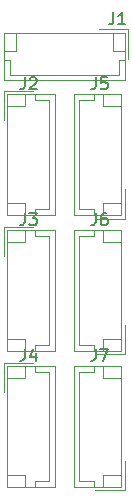
<source format=gbr>
%TF.GenerationSoftware,KiCad,Pcbnew,9.0.2*%
%TF.CreationDate,2025-07-09T13:19:50-04:00*%
%TF.ProjectId,JST Adapter Board,4a535420-4164-4617-9074-657220426f61,rev?*%
%TF.SameCoordinates,Original*%
%TF.FileFunction,Legend,Top*%
%TF.FilePolarity,Positive*%
%FSLAX46Y46*%
G04 Gerber Fmt 4.6, Leading zero omitted, Abs format (unit mm)*
G04 Created by KiCad (PCBNEW 9.0.2) date 2025-07-09 13:19:50*
%MOMM*%
%LPD*%
G01*
G04 APERTURE LIST*
%ADD10C,0.150000*%
%ADD11C,0.120000*%
G04 APERTURE END LIST*
D10*
X91166666Y-61954819D02*
X91166666Y-62669104D01*
X91166666Y-62669104D02*
X91119047Y-62811961D01*
X91119047Y-62811961D02*
X91023809Y-62907200D01*
X91023809Y-62907200D02*
X90880952Y-62954819D01*
X90880952Y-62954819D02*
X90785714Y-62954819D01*
X92119047Y-61954819D02*
X91642857Y-61954819D01*
X91642857Y-61954819D02*
X91595238Y-62431009D01*
X91595238Y-62431009D02*
X91642857Y-62383390D01*
X91642857Y-62383390D02*
X91738095Y-62335771D01*
X91738095Y-62335771D02*
X91976190Y-62335771D01*
X91976190Y-62335771D02*
X92071428Y-62383390D01*
X92071428Y-62383390D02*
X92119047Y-62431009D01*
X92119047Y-62431009D02*
X92166666Y-62526247D01*
X92166666Y-62526247D02*
X92166666Y-62764342D01*
X92166666Y-62764342D02*
X92119047Y-62859580D01*
X92119047Y-62859580D02*
X92071428Y-62907200D01*
X92071428Y-62907200D02*
X91976190Y-62954819D01*
X91976190Y-62954819D02*
X91738095Y-62954819D01*
X91738095Y-62954819D02*
X91642857Y-62907200D01*
X91642857Y-62907200D02*
X91595238Y-62859580D01*
X91166666Y-73454819D02*
X91166666Y-74169104D01*
X91166666Y-74169104D02*
X91119047Y-74311961D01*
X91119047Y-74311961D02*
X91023809Y-74407200D01*
X91023809Y-74407200D02*
X90880952Y-74454819D01*
X90880952Y-74454819D02*
X90785714Y-74454819D01*
X92071428Y-73454819D02*
X91880952Y-73454819D01*
X91880952Y-73454819D02*
X91785714Y-73502438D01*
X91785714Y-73502438D02*
X91738095Y-73550057D01*
X91738095Y-73550057D02*
X91642857Y-73692914D01*
X91642857Y-73692914D02*
X91595238Y-73883390D01*
X91595238Y-73883390D02*
X91595238Y-74264342D01*
X91595238Y-74264342D02*
X91642857Y-74359580D01*
X91642857Y-74359580D02*
X91690476Y-74407200D01*
X91690476Y-74407200D02*
X91785714Y-74454819D01*
X91785714Y-74454819D02*
X91976190Y-74454819D01*
X91976190Y-74454819D02*
X92071428Y-74407200D01*
X92071428Y-74407200D02*
X92119047Y-74359580D01*
X92119047Y-74359580D02*
X92166666Y-74264342D01*
X92166666Y-74264342D02*
X92166666Y-74026247D01*
X92166666Y-74026247D02*
X92119047Y-73931009D01*
X92119047Y-73931009D02*
X92071428Y-73883390D01*
X92071428Y-73883390D02*
X91976190Y-73835771D01*
X91976190Y-73835771D02*
X91785714Y-73835771D01*
X91785714Y-73835771D02*
X91690476Y-73883390D01*
X91690476Y-73883390D02*
X91642857Y-73931009D01*
X91642857Y-73931009D02*
X91595238Y-74026247D01*
X85166666Y-84954819D02*
X85166666Y-85669104D01*
X85166666Y-85669104D02*
X85119047Y-85811961D01*
X85119047Y-85811961D02*
X85023809Y-85907200D01*
X85023809Y-85907200D02*
X84880952Y-85954819D01*
X84880952Y-85954819D02*
X84785714Y-85954819D01*
X86071428Y-85288152D02*
X86071428Y-85954819D01*
X85833333Y-84907200D02*
X85595238Y-85621485D01*
X85595238Y-85621485D02*
X86214285Y-85621485D01*
X91166666Y-84954819D02*
X91166666Y-85669104D01*
X91166666Y-85669104D02*
X91119047Y-85811961D01*
X91119047Y-85811961D02*
X91023809Y-85907200D01*
X91023809Y-85907200D02*
X90880952Y-85954819D01*
X90880952Y-85954819D02*
X90785714Y-85954819D01*
X91547619Y-84954819D02*
X92214285Y-84954819D01*
X92214285Y-84954819D02*
X91785714Y-85954819D01*
X92666666Y-56454819D02*
X92666666Y-57169104D01*
X92666666Y-57169104D02*
X92619047Y-57311961D01*
X92619047Y-57311961D02*
X92523809Y-57407200D01*
X92523809Y-57407200D02*
X92380952Y-57454819D01*
X92380952Y-57454819D02*
X92285714Y-57454819D01*
X93666666Y-57454819D02*
X93095238Y-57454819D01*
X93380952Y-57454819D02*
X93380952Y-56454819D01*
X93380952Y-56454819D02*
X93285714Y-56597676D01*
X93285714Y-56597676D02*
X93190476Y-56692914D01*
X93190476Y-56692914D02*
X93095238Y-56740533D01*
X85166666Y-73454819D02*
X85166666Y-74169104D01*
X85166666Y-74169104D02*
X85119047Y-74311961D01*
X85119047Y-74311961D02*
X85023809Y-74407200D01*
X85023809Y-74407200D02*
X84880952Y-74454819D01*
X84880952Y-74454819D02*
X84785714Y-74454819D01*
X85547619Y-73454819D02*
X86166666Y-73454819D01*
X86166666Y-73454819D02*
X85833333Y-73835771D01*
X85833333Y-73835771D02*
X85976190Y-73835771D01*
X85976190Y-73835771D02*
X86071428Y-73883390D01*
X86071428Y-73883390D02*
X86119047Y-73931009D01*
X86119047Y-73931009D02*
X86166666Y-74026247D01*
X86166666Y-74026247D02*
X86166666Y-74264342D01*
X86166666Y-74264342D02*
X86119047Y-74359580D01*
X86119047Y-74359580D02*
X86071428Y-74407200D01*
X86071428Y-74407200D02*
X85976190Y-74454819D01*
X85976190Y-74454819D02*
X85690476Y-74454819D01*
X85690476Y-74454819D02*
X85595238Y-74407200D01*
X85595238Y-74407200D02*
X85547619Y-74359580D01*
X85166666Y-61954819D02*
X85166666Y-62669104D01*
X85166666Y-62669104D02*
X85119047Y-62811961D01*
X85119047Y-62811961D02*
X85023809Y-62907200D01*
X85023809Y-62907200D02*
X84880952Y-62954819D01*
X84880952Y-62954819D02*
X84785714Y-62954819D01*
X85595238Y-62050057D02*
X85642857Y-62002438D01*
X85642857Y-62002438D02*
X85738095Y-61954819D01*
X85738095Y-61954819D02*
X85976190Y-61954819D01*
X85976190Y-61954819D02*
X86071428Y-62002438D01*
X86071428Y-62002438D02*
X86119047Y-62050057D01*
X86119047Y-62050057D02*
X86166666Y-62145295D01*
X86166666Y-62145295D02*
X86166666Y-62240533D01*
X86166666Y-62240533D02*
X86119047Y-62383390D01*
X86119047Y-62383390D02*
X85547619Y-62954819D01*
X85547619Y-62954819D02*
X86166666Y-62954819D01*
D11*
%TO.C,J5*%
X89290000Y-63390000D02*
X89290000Y-73610000D01*
X89290000Y-73610000D02*
X93310000Y-73610000D01*
X89790000Y-63890000D02*
X91000000Y-63890000D01*
X89790000Y-73110000D02*
X89790000Y-63890000D01*
X91000000Y-63890000D02*
X91000000Y-63390000D01*
X91000000Y-73110000D02*
X89790000Y-73110000D01*
X91000000Y-73610000D02*
X91000000Y-73110000D01*
X91110000Y-73910000D02*
X93610000Y-73910000D01*
X91810000Y-63390000D02*
X91810000Y-64390000D01*
X91810000Y-64390000D02*
X93310000Y-64390000D01*
X91810000Y-72610000D02*
X93310000Y-72610000D01*
X91810000Y-73610000D02*
X91810000Y-72610000D01*
X93310000Y-63390000D02*
X89290000Y-63390000D01*
X93310000Y-73610000D02*
X93310000Y-63390000D01*
X93610000Y-73910000D02*
X93610000Y-71410000D01*
%TO.C,J6*%
X89290000Y-74890000D02*
X89290000Y-85110000D01*
X89290000Y-85110000D02*
X93310000Y-85110000D01*
X89790000Y-75390000D02*
X91000000Y-75390000D01*
X89790000Y-84610000D02*
X89790000Y-75390000D01*
X91000000Y-75390000D02*
X91000000Y-74890000D01*
X91000000Y-84610000D02*
X89790000Y-84610000D01*
X91000000Y-85110000D02*
X91000000Y-84610000D01*
X91110000Y-85410000D02*
X93610000Y-85410000D01*
X91810000Y-74890000D02*
X91810000Y-75890000D01*
X91810000Y-75890000D02*
X93310000Y-75890000D01*
X91810000Y-84110000D02*
X93310000Y-84110000D01*
X91810000Y-85110000D02*
X91810000Y-84110000D01*
X93310000Y-74890000D02*
X89290000Y-74890000D01*
X93310000Y-85110000D02*
X93310000Y-74890000D01*
X93610000Y-85410000D02*
X93610000Y-82910000D01*
%TO.C,J4*%
X83390000Y-86090000D02*
X83390000Y-88590000D01*
X83690000Y-86390000D02*
X83690000Y-96610000D01*
X83690000Y-96610000D02*
X87710000Y-96610000D01*
X85190000Y-86390000D02*
X85190000Y-87390000D01*
X85190000Y-87390000D02*
X83690000Y-87390000D01*
X85190000Y-95610000D02*
X83690000Y-95610000D01*
X85190000Y-96610000D02*
X85190000Y-95610000D01*
X85890000Y-86090000D02*
X83390000Y-86090000D01*
X86000000Y-86390000D02*
X86000000Y-86890000D01*
X86000000Y-86890000D02*
X87210000Y-86890000D01*
X86000000Y-96110000D02*
X86000000Y-96610000D01*
X87210000Y-86890000D02*
X87210000Y-96110000D01*
X87210000Y-96110000D02*
X86000000Y-96110000D01*
X87710000Y-86390000D02*
X83690000Y-86390000D01*
X87710000Y-96610000D02*
X87710000Y-86390000D01*
%TO.C,J7*%
X89290000Y-86390000D02*
X89290000Y-96610000D01*
X89290000Y-96610000D02*
X93310000Y-96610000D01*
X89790000Y-86890000D02*
X91000000Y-86890000D01*
X89790000Y-96110000D02*
X89790000Y-86890000D01*
X91000000Y-86890000D02*
X91000000Y-86390000D01*
X91000000Y-96110000D02*
X89790000Y-96110000D01*
X91000000Y-96610000D02*
X91000000Y-96110000D01*
X91110000Y-96910000D02*
X93610000Y-96910000D01*
X91810000Y-86390000D02*
X91810000Y-87390000D01*
X91810000Y-87390000D02*
X93310000Y-87390000D01*
X91810000Y-95610000D02*
X93310000Y-95610000D01*
X91810000Y-96610000D02*
X91810000Y-95610000D01*
X93310000Y-86390000D02*
X89290000Y-86390000D01*
X93310000Y-96610000D02*
X93310000Y-86390000D01*
X93610000Y-96910000D02*
X93610000Y-94410000D01*
%TO.C,J1*%
X83390000Y-58190000D02*
X83390000Y-62210000D01*
X83390000Y-59690000D02*
X84390000Y-59690000D01*
X83390000Y-62210000D02*
X93610000Y-62210000D01*
X83890000Y-60500000D02*
X83390000Y-60500000D01*
X83890000Y-61710000D02*
X83890000Y-60500000D01*
X84390000Y-59690000D02*
X84390000Y-58190000D01*
X92610000Y-59690000D02*
X92610000Y-58190000D01*
X93110000Y-60500000D02*
X93110000Y-61710000D01*
X93110000Y-61710000D02*
X83890000Y-61710000D01*
X93610000Y-58190000D02*
X83390000Y-58190000D01*
X93610000Y-59690000D02*
X92610000Y-59690000D01*
X93610000Y-60500000D02*
X93110000Y-60500000D01*
X93610000Y-62210000D02*
X93610000Y-58190000D01*
X93910000Y-57890000D02*
X91410000Y-57890000D01*
X93910000Y-60390000D02*
X93910000Y-57890000D01*
%TO.C,J3*%
X83390000Y-74590000D02*
X83390000Y-77090000D01*
X83690000Y-74890000D02*
X83690000Y-85110000D01*
X83690000Y-85110000D02*
X87710000Y-85110000D01*
X85190000Y-74890000D02*
X85190000Y-75890000D01*
X85190000Y-75890000D02*
X83690000Y-75890000D01*
X85190000Y-84110000D02*
X83690000Y-84110000D01*
X85190000Y-85110000D02*
X85190000Y-84110000D01*
X85890000Y-74590000D02*
X83390000Y-74590000D01*
X86000000Y-74890000D02*
X86000000Y-75390000D01*
X86000000Y-75390000D02*
X87210000Y-75390000D01*
X86000000Y-84610000D02*
X86000000Y-85110000D01*
X87210000Y-75390000D02*
X87210000Y-84610000D01*
X87210000Y-84610000D02*
X86000000Y-84610000D01*
X87710000Y-74890000D02*
X83690000Y-74890000D01*
X87710000Y-85110000D02*
X87710000Y-74890000D01*
%TO.C,J2*%
X83390000Y-63090000D02*
X83390000Y-65590000D01*
X83690000Y-63390000D02*
X83690000Y-73610000D01*
X83690000Y-73610000D02*
X87710000Y-73610000D01*
X85190000Y-63390000D02*
X85190000Y-64390000D01*
X85190000Y-64390000D02*
X83690000Y-64390000D01*
X85190000Y-72610000D02*
X83690000Y-72610000D01*
X85190000Y-73610000D02*
X85190000Y-72610000D01*
X85890000Y-63090000D02*
X83390000Y-63090000D01*
X86000000Y-63390000D02*
X86000000Y-63890000D01*
X86000000Y-63890000D02*
X87210000Y-63890000D01*
X86000000Y-73110000D02*
X86000000Y-73610000D01*
X87210000Y-63890000D02*
X87210000Y-73110000D01*
X87210000Y-73110000D02*
X86000000Y-73110000D01*
X87710000Y-63390000D02*
X83690000Y-63390000D01*
X87710000Y-73610000D02*
X87710000Y-63390000D01*
%TD*%
M02*

</source>
